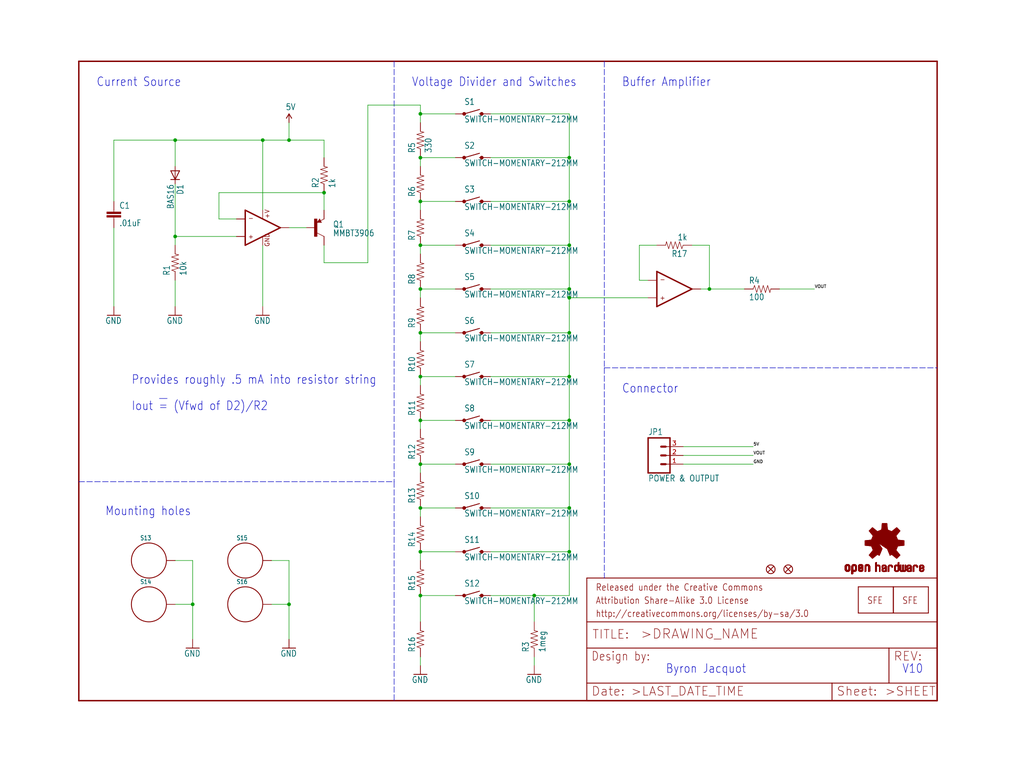
<source format=kicad_sch>
(kicad_sch (version 20211123) (generator eeschema)
  (paper "User" 297.002 223.926)
  (lib_symbols
    (symbol "eagleSchem-eagle-import:100OHM1{slash}10W1%(0603)"
      (property "Reference" "R" (at -3.81 1.4986 0))
      (property "Value" "100OHM1{slash}10W1%(0603)" (at -3.81 -3.302 0))
      (symbol "100OHM1{slash}10W1%(0603)_1_0"
        (pin passive line (at -5.08 0 0) (length 2.54) (name "1") (number "1"))
        (pin passive line (at 5.08 0 180) (length 2.54) (name "2") (number "2"))
      )
    )
    (symbol "eagleSchem-eagle-import:10KOHM1{slash}10W1%(0603)0603"
      (property "Reference" "R" (at -3.81 1.4986 0))
      (property "Value" "10KOHM1{slash}10W1%(0603)0603" (at -3.81 -3.302 0))
      (symbol "10KOHM1{slash}10W1%(0603)0603_1_0"
        (pin passive line (at -5.08 0 0) (length 2.54) (name "1") (number "1"))
        (pin passive line (at 5.08 0 180) (length 2.54) (name "2") (number "2"))
      )
    )
    (symbol "eagleSchem-eagle-import:10NF{slash}10000PF-50V-10%(0603)"
      (property "Reference" "C" (at 1.524 2.921 0))
      (property "Value" "10NF{slash}10000PF-50V-10%(0603)" (at 1.524 -2.159 0))
      (symbol "10NF{slash}10000PF-50V-10%(0603)_1_0"
        (pin passive line (at 0 5.08 270) (length 2.54) (name "1") (number "1"))
        (pin passive line (at 0 -2.54 90) (length 2.54) (name "2") (number "2"))
      )
    )
    (symbol "eagleSchem-eagle-import:1KOHM1{slash}10W1%(0603)"
      (property "Reference" "R" (at -3.81 1.4986 0))
      (property "Value" "1KOHM1{slash}10W1%(0603)" (at -3.81 -3.302 0))
      (symbol "1KOHM1{slash}10W1%(0603)_1_0"
        (pin passive line (at -5.08 0 0) (length 2.54) (name "1") (number "1"))
        (pin passive line (at 5.08 0 180) (length 2.54) (name "2") (number "2"))
      )
    )
    (symbol "eagleSchem-eagle-import:1M-1%"
      (property "Reference" "R" (at -3.81 1.4986 0))
      (property "Value" "1M-1%" (at -3.81 -3.302 0))
      (symbol "1M-1%_1_0"
        (pin passive line (at -5.08 0 0) (length 2.54) (name "1") (number "1"))
        (pin passive line (at 5.08 0 180) (length 2.54) (name "2") (number "2"))
      )
    )
    (symbol "eagleSchem-eagle-import:330OHM1{slash}10W1%(0603)"
      (property "Reference" "R" (at -3.81 1.4986 0))
      (property "Value" "330OHM1{slash}10W1%(0603)" (at -3.81 -3.302 0))
      (symbol "330OHM1{slash}10W1%(0603)_1_0"
        (pin passive line (at -5.08 0 0) (length 2.54) (name "1") (number "1"))
        (pin passive line (at 5.08 0 180) (length 2.54) (name "2") (number "2"))
      )
    )
    (symbol "eagleSchem-eagle-import:5V" (power)
      (property "Value" "5V" (at -1.016 3.556 0))
      (symbol "5V_1_0"
        (pin power_in line (at 0 0 90) (length 2.54) (name "5V") (number "1"))
      )
    )
    (symbol "eagleSchem-eagle-import:DIODESOD"
      (property "Reference" "D" (at 2.54 0.4826 0))
      (property "Value" "DIODESOD" (at 2.54 -2.3114 0))
      (symbol "DIODESOD_1_0"
        (pin passive line (at 2.54 0 180) (length 2.54) (name "C") (number "1"))
        (pin passive line (at -2.54 0 0) (length 2.54) (name "A") (number "2"))
      )
    )
    (symbol "eagleSchem-eagle-import:FIDUCIALUFIDUCIAL")
    (symbol "eagleSchem-eagle-import:FRAME-LETTER"
      (symbol "FRAME-LETTER_2_0"
        (text ">DRAWING_NAME" (at 15.494 17.78 0) (effects (font (size 2.7432 2.7432)) (justify left bottom)))
        (text ">LAST_DATE_TIME" (at 12.7 1.27 0) (effects (font (size 2.54 2.54)) (justify left bottom)))
        (text ">SHEET" (at 86.36 1.27 0) (effects (font (size 2.54 2.54)) (justify left bottom)))
        (text "Attribution Share-Alike 3.0 License" (at 2.54 27.94 0) (effects (font (size 1.9304 1.6408)) (justify left bottom)))
        (text "Date:" (at 1.27 1.27 0) (effects (font (size 2.54 2.54)) (justify left bottom)))
        (text "Design by:" (at 1.27 11.43 0) (effects (font (size 2.54 2.159)) (justify left bottom)))
        (text "http://creativecommons.org/licenses/by-sa/3.0" (at 2.54 24.13 0) (effects (font (size 1.9304 1.6408)) (justify left bottom)))
        (text "Released under the Creative Commons" (at 2.54 31.75 0) (effects (font (size 1.9304 1.6408)) (justify left bottom)))
        (text "REV:" (at 88.9 11.43 0) (effects (font (size 2.54 2.54)) (justify left bottom)))
        (text "Sheet:" (at 72.39 1.27 0) (effects (font (size 2.54 2.54)) (justify left bottom)))
        (text "TITLE:" (at 1.524 17.78 0) (effects (font (size 2.54 2.54)) (justify left bottom)))
      )
    )
    (symbol "eagleSchem-eagle-import:GND" (power)
      (property "Value" "GND" (at -2.54 -2.54 0))
      (symbol "GND_1_0"
        (pin power_in line (at 0 2.54 270) (length 2.54) (name "GND") (number "1"))
      )
    )
    (symbol "eagleSchem-eagle-import:LMV358"
      (symbol "LMV358_1_0"
        (text "+" (at -4.318 -3.302 0) (effects (font (size 1.27 1.27)) (justify left bottom)))
        (text "+V" (at 2.032 2.54 900) (effects (font (size 1.27 1.27)) (justify left bottom)))
        (text "-" (at -4.318 2.032 0) (effects (font (size 1.27 1.27)) (justify left bottom)))
        (text "GND" (at 2.032 -5.588 900) (effects (font (size 1.27 1.27)) (justify left bottom)))
        (pin output line (at 7.62 0 180) (length 2.54) (name "OUT1") (number "1"))
        (pin input line (at -7.62 2.54 0) (length 2.54) (name "-IN1") (number "2"))
        (pin input line (at -7.62 -2.54 0) (length 2.54) (name "+IN1") (number "3"))
        (pin power_in line (at 0 -5.08 90) (length 2.54) (name "GND") (number "4"))
        (pin power_in line (at 0 5.08 270) (length 2.54) (name "+V") (number "8"))
      )
      (symbol "LMV358_2_0"
        (text "+" (at -4.318 -3.302 0) (effects (font (size 1.27 1.27)) (justify left bottom)))
        (text "-" (at -4.318 2.032 0) (effects (font (size 1.27 1.27)) (justify left bottom)))
        (pin input line (at -7.62 -2.54 0) (length 2.54) (name "+IN2") (number "5"))
        (pin input line (at -7.62 2.54 0) (length 2.54) (name "-IN2") (number "6"))
        (pin output line (at 7.62 0 180) (length 2.54) (name "OUT2") (number "7"))
      )
    )
    (symbol "eagleSchem-eagle-import:LOGO-SFENEW"
      (symbol "LOGO-SFENEW_1_0"
        (text "SFE" (at 0 0 0) (effects (font (size 1.9304 1.6408)) (justify left bottom)))
      )
    )
    (symbol "eagleSchem-eagle-import:M031X03_NO_SILK"
      (property "Reference" "JP" (at -2.54 5.842 0))
      (property "Value" "M031X03_NO_SILK" (at -2.54 -7.62 0))
      (symbol "M031X03_NO_SILK_1_0"
        (pin passive line (at 7.62 -2.54 180) (length 5.08) (name "1") (number "1"))
        (pin passive line (at 7.62 0 180) (length 5.08) (name "2") (number "2"))
        (pin passive line (at 7.62 2.54 180) (length 5.08) (name "3") (number "3"))
      )
    )
    (symbol "eagleSchem-eagle-import:OSHW-LOGOL")
    (symbol "eagleSchem-eagle-import:OSHW-LOGOM")
    (symbol "eagleSchem-eagle-import:STANDOFF_ELECTRICAL"
      (property "Reference" "S" (at -2.54 5.842 0))
      (symbol "STANDOFF_ELECTRICAL_1_0"
        (pin bidirectional line (at 7.62 0 180) (length 2.54) (name "P$1") (number "P1"))
      )
    )
    (symbol "eagleSchem-eagle-import:SWITCH-MOMENTARY-212MM"
      (property "Reference" "S" (at -2.54 2.54 0))
      (property "Value" "SWITCH-MOMENTARY-212MM" (at -2.54 -2.54 0))
      (symbol "SWITCH-MOMENTARY-212MM_1_0"
        (pin passive line (at -5.08 0 0) (length 2.54) (name "1") (number "1"))
        (pin passive line (at 5.08 0 180) (length 2.54) (name "2") (number "3"))
      )
    )
    (symbol "eagleSchem-eagle-import:TRANSISTOR_PNPMMBT3906"
      (property "Reference" "Q" (at 5.08 0 0))
      (property "Value" "TRANSISTOR_PNPMMBT3906" (at 5.08 -2.54 0))
      (symbol "TRANSISTOR_PNPMMBT3906_1_0"
        (pin passive line (at -2.54 0 0) (length 2.54) (name "B") (number "1"))
        (pin passive line (at 2.54 5.08 270) (length 2.54) (name "E") (number "2"))
        (pin passive line (at 2.54 -5.08 90) (length 2.54) (name "C") (number "3"))
      )
    )
  )
  (junction (at 154.94 172.72))
  (junction (at 165.1 96.52))
  (junction (at 50.8 68.58))
  (junction (at 165.1 86.36))
  (junction (at 165.1 147.32))
  (junction (at 121.92 109.22))
  (junction (at 121.92 160.02))
  (junction (at 83.82 175.26))
  (junction (at 121.92 96.52))
  (junction (at 205.74 83.82))
  (junction (at 165.1 45.72))
  (junction (at 121.92 121.92))
  (junction (at 121.92 33.02))
  (junction (at 165.1 83.82))
  (junction (at 165.1 134.62))
  (junction (at 165.1 58.42))
  (junction (at 121.92 58.42))
  (junction (at 121.92 45.72))
  (junction (at 76.2 40.64))
  (junction (at 165.1 71.12))
  (junction (at 165.1 160.02))
  (junction (at 50.8 40.64))
  (junction (at 93.98 55.88))
  (junction (at 121.92 71.12))
  (junction (at 55.88 175.26))
  (junction (at 165.1 109.22))
  (junction (at 165.1 121.92))
  (junction (at 121.92 83.82))
  (junction (at 121.92 147.32))
  (junction (at 121.92 134.62))
  (junction (at 121.92 172.72))
  (junction (at 83.82 40.64))
  (wire (pts (xy 132.08 33.02) (xy 121.92 33.02)))
  (polyline (pts (xy 175.26 106.68) (xy 175.26 167.64)))
  (wire (pts (xy 121.92 147.32) (xy 121.92 149.86)))
  (wire (pts (xy 93.98 55.88) (xy 63.5 55.88)))
  (wire (pts (xy 132.08 147.32) (xy 121.92 147.32)))
  (wire (pts (xy 218.44 129.54) (xy 198.12 129.54)))
  (wire (pts (xy 121.92 73.66) (xy 121.92 71.12)))
  (wire (pts (xy 165.1 58.42) (xy 165.1 71.12)))
  (wire (pts (xy 142.24 109.22) (xy 165.1 109.22)))
  (wire (pts (xy 106.68 76.2) (xy 106.68 30.48)))
  (wire (pts (xy 142.24 71.12) (xy 165.1 71.12)))
  (wire (pts (xy 200.66 71.12) (xy 205.74 71.12)))
  (wire (pts (xy 205.74 83.82) (xy 203.2 83.82)))
  (wire (pts (xy 132.08 121.92) (xy 121.92 121.92)))
  (polyline (pts (xy 175.26 106.68) (xy 271.78 106.68)))
  (wire (pts (xy 142.24 45.72) (xy 165.1 45.72)))
  (wire (pts (xy 121.92 45.72) (xy 121.92 48.26)))
  (wire (pts (xy 142.24 134.62) (xy 165.1 134.62)))
  (wire (pts (xy 205.74 83.82) (xy 215.9 83.82)))
  (polyline (pts (xy 114.3 139.7) (xy 114.3 203.2)))
  (wire (pts (xy 121.92 33.02) (xy 121.92 35.56)))
  (wire (pts (xy 190.5 71.12) (xy 185.42 71.12)))
  (wire (pts (xy 83.82 175.26) (xy 83.82 185.42)))
  (wire (pts (xy 165.1 109.22) (xy 165.1 121.92)))
  (wire (pts (xy 121.92 190.5) (xy 121.92 193.04)))
  (wire (pts (xy 93.98 55.88) (xy 93.98 60.96)))
  (wire (pts (xy 76.2 71.12) (xy 76.2 88.9)))
  (wire (pts (xy 165.1 96.52) (xy 165.1 109.22)))
  (wire (pts (xy 50.8 40.64) (xy 33.02 40.64)))
  (wire (pts (xy 132.08 134.62) (xy 121.92 134.62)))
  (wire (pts (xy 198.12 134.62) (xy 218.44 134.62)))
  (wire (pts (xy 83.82 35.56) (xy 83.82 40.64)))
  (wire (pts (xy 132.08 83.82) (xy 121.92 83.82)))
  (wire (pts (xy 142.24 160.02) (xy 165.1 160.02)))
  (wire (pts (xy 50.8 175.26) (xy 55.88 175.26)))
  (wire (pts (xy 121.92 162.56) (xy 121.92 160.02)))
  (wire (pts (xy 165.1 33.02) (xy 165.1 45.72)))
  (wire (pts (xy 142.24 147.32) (xy 165.1 147.32)))
  (wire (pts (xy 132.08 172.72) (xy 121.92 172.72)))
  (wire (pts (xy 187.96 86.36) (xy 165.1 86.36)))
  (wire (pts (xy 132.08 71.12) (xy 121.92 71.12)))
  (wire (pts (xy 165.1 121.92) (xy 165.1 134.62)))
  (wire (pts (xy 50.8 40.64) (xy 76.2 40.64)))
  (wire (pts (xy 121.92 30.48) (xy 121.92 33.02)))
  (wire (pts (xy 132.08 109.22) (xy 121.92 109.22)))
  (wire (pts (xy 76.2 40.64) (xy 83.82 40.64)))
  (wire (pts (xy 142.24 58.42) (xy 165.1 58.42)))
  (wire (pts (xy 121.92 58.42) (xy 121.92 60.96)))
  (wire (pts (xy 50.8 81.28) (xy 50.8 88.9)))
  (wire (pts (xy 121.92 172.72) (xy 121.92 180.34)))
  (wire (pts (xy 55.88 175.26) (xy 55.88 185.42)))
  (wire (pts (xy 121.92 134.62) (xy 121.92 137.16)))
  (wire (pts (xy 165.1 147.32) (xy 165.1 160.02)))
  (wire (pts (xy 142.24 83.82) (xy 165.1 83.82)))
  (wire (pts (xy 165.1 71.12) (xy 165.1 83.82)))
  (wire (pts (xy 198.12 132.08) (xy 218.44 132.08)))
  (wire (pts (xy 142.24 121.92) (xy 165.1 121.92)))
  (wire (pts (xy 121.92 111.76) (xy 121.92 109.22)))
  (polyline (pts (xy 114.3 17.78) (xy 114.3 139.7)))
  (wire (pts (xy 142.24 33.02) (xy 165.1 33.02)))
  (wire (pts (xy 132.08 58.42) (xy 121.92 58.42)))
  (wire (pts (xy 154.94 172.72) (xy 165.1 172.72)))
  (wire (pts (xy 83.82 66.04) (xy 88.9 66.04)))
  (wire (pts (xy 78.74 162.56) (xy 83.82 162.56)))
  (wire (pts (xy 165.1 83.82) (xy 165.1 86.36)))
  (wire (pts (xy 68.58 68.58) (xy 50.8 68.58)))
  (wire (pts (xy 154.94 172.72) (xy 142.24 172.72)))
  (polyline (pts (xy 175.26 17.78) (xy 175.26 106.68)))
  (wire (pts (xy 185.42 71.12) (xy 185.42 81.28)))
  (wire (pts (xy 121.92 121.92) (xy 121.92 124.46)))
  (wire (pts (xy 93.98 40.64) (xy 93.98 45.72)))
  (wire (pts (xy 121.92 86.36) (xy 121.92 83.82)))
  (wire (pts (xy 205.74 71.12) (xy 205.74 83.82)))
  (wire (pts (xy 132.08 45.72) (xy 121.92 45.72)))
  (wire (pts (xy 165.1 172.72) (xy 165.1 160.02)))
  (wire (pts (xy 106.68 30.48) (xy 121.92 30.48)))
  (wire (pts (xy 154.94 193.04) (xy 154.94 190.5)))
  (wire (pts (xy 121.92 99.06) (xy 121.92 96.52)))
  (wire (pts (xy 50.8 68.58) (xy 50.8 71.12)))
  (wire (pts (xy 154.94 172.72) (xy 154.94 180.34)))
  (wire (pts (xy 121.92 160.02) (xy 132.08 160.02)))
  (wire (pts (xy 165.1 45.72) (xy 165.1 58.42)))
  (wire (pts (xy 187.96 81.28) (xy 185.42 81.28)))
  (wire (pts (xy 83.82 162.56) (xy 83.82 175.26)))
  (polyline (pts (xy 22.86 139.7) (xy 114.3 139.7)))
  (wire (pts (xy 83.82 40.64) (xy 93.98 40.64)))
  (wire (pts (xy 50.8 53.34) (xy 50.8 68.58)))
  (wire (pts (xy 226.06 83.82) (xy 236.22 83.82)))
  (wire (pts (xy 55.88 162.56) (xy 55.88 175.26)))
  (wire (pts (xy 33.02 66.04) (xy 33.02 88.9)))
  (wire (pts (xy 142.24 96.52) (xy 165.1 96.52)))
  (wire (pts (xy 165.1 86.36) (xy 165.1 96.52)))
  (wire (pts (xy 76.2 40.64) (xy 76.2 60.96)))
  (wire (pts (xy 93.98 71.12) (xy 93.98 76.2)))
  (wire (pts (xy 165.1 134.62) (xy 165.1 147.32)))
  (wire (pts (xy 78.74 175.26) (xy 83.82 175.26)))
  (wire (pts (xy 93.98 76.2) (xy 106.68 76.2)))
  (wire (pts (xy 132.08 96.52) (xy 121.92 96.52)))
  (wire (pts (xy 50.8 162.56) (xy 55.88 162.56)))
  (wire (pts (xy 33.02 40.64) (xy 33.02 58.42)))
  (wire (pts (xy 50.8 48.26) (xy 50.8 40.64)))
  (wire (pts (xy 63.5 63.5) (xy 68.58 63.5)))
  (wire (pts (xy 63.5 55.88) (xy 63.5 63.5)))
  (text "Byron Jacquot" (at 193.04 195.58 180) (effects (font (size 2.54 2.159)) (justify left bottom)))
  (text "Connector" (at 180.34 114.3 180) (effects (font (size 2.54 2.159)) (justify left bottom)))
  (text "Iout ~{=} (Vfwd of D2)/R2" (at 38.1 119.38 180) (effects (font (size 2.54 2.159)) (justify left bottom)))
  (text "Current Source" (at 27.94 25.4 180) (effects (font (size 2.54 2.159)) (justify left bottom)))
  (text "Voltage Divider and Switches" (at 119.38 25.4 180) (effects (font (size 2.54 2.159)) (justify left bottom)))
  (text "Buffer Amplifier" (at 180.34 25.4 180) (effects (font (size 2.54 2.159)) (justify left bottom)))
  (text "Provides roughly .5 mA into resistor string" (at 38.1 111.76 180) (effects (font (size 2.54 2.159)) (justify left bottom)))
  (text "V10" (at 261.62 195.58 180) (effects (font (size 2.54 2.159)) (justify left bottom)))
  (text "Mounting holes" (at 30.48 149.86 180) (effects (font (size 2.54 2.159)) (justify left bottom)))
  (label "5V" (at 218.44 129.54 0) (effects (font (size 0.889 0.889))))
  (label "GND" (at 218.44 134.62 0) (effects (font (size 0.889 0.889))))
  (label "VOUT" (at 236.22 83.82 0) (effects (font (size 0.889 0.889))))
  (label "VOUT" (at 218.44 132.08 0) (effects (font (size 0.889 0.889))))
  (symbol (lib_id "eagleSchem-eagle-import:LMV358") (at 195.58 83.82 0) (unit 2)
    (property "Reference" "U1" (effects hide))
    (property "Value" "LMV358" (effects hide))
    (property "Footprint" "eagleSchem:SO08" (effects hide))
  )
  (symbol (lib_id "eagleSchem-eagle-import:SWITCH-MOMENTARY-212MM") (at 137.16 83.82 0) (unit 1)
    (property "Reference" "S5" (at 134.62 81.28 0) (effects (font (size 1.778 1.5113)) (justify left bottom)))
    (property "Value" "SWITCH-MOMENTARY-212MM" (at 134.62 86.36 0) (effects (font (size 1.778 1.5113)) (justify left bottom)))
    (property "Footprint" "eagleSchem:TACTILE-PTH-12MM" (effects hide))
  )
  (symbol (lib_id "eagleSchem-eagle-import:GND") (at 154.94 195.58 0) (unit 1)
    (property "Reference" "#GND3" (effects hide))
    (property "Value" "GND" (at 152.4 198.12 0) (effects (font (size 1.778 1.5113)) (justify left bottom)))
    (property "Footprint" "eagleSchem:" (effects hide))
  )
  (symbol (lib_id "eagleSchem-eagle-import:GND") (at 83.82 187.96 0) (unit 1)
    (property "Reference" "#GND5" (effects hide))
    (property "Value" "GND" (at 81.28 190.5 0) (effects (font (size 1.778 1.5113)) (justify left bottom)))
    (property "Footprint" "eagleSchem:" (effects hide))
  )
  (symbol (lib_id "eagleSchem-eagle-import:GND") (at 50.8 91.44 0) (unit 1)
    (property "Reference" "#GND2" (effects hide))
    (property "Value" "GND" (at 48.26 93.98 0) (effects (font (size 1.778 1.5113)) (justify left bottom)))
    (property "Footprint" "eagleSchem:" (effects hide))
  )
  (symbol (lib_id "eagleSchem-eagle-import:SWITCH-MOMENTARY-212MM") (at 137.16 33.02 0) (unit 1)
    (property "Reference" "S1" (at 134.62 30.48 0) (effects (font (size 1.778 1.5113)) (justify left bottom)))
    (property "Value" "SWITCH-MOMENTARY-212MM" (at 134.62 35.56 0) (effects (font (size 1.778 1.5113)) (justify left bottom)))
    (property "Footprint" "eagleSchem:TACTILE-PTH-12MM" (effects hide))
  )
  (symbol (lib_id "eagleSchem-eagle-import:LOGO-SFENEW") (at 251.46 175.26 0) (unit 1)
    (property "Reference" "LOGO2" (effects hide))
    (property "Value" "LOGO-SFENEW" (effects hide))
    (property "Footprint" "eagleSchem:SFE-NEW-WEBLOGO" (effects hide))
  )
  (symbol (lib_id "eagleSchem-eagle-import:FRAME-LETTER") (at 170.18 203.2 0) (unit 2)
    (property "Reference" "FRAME1" (effects hide))
    (property "Value" "FRAME-LETTER" (effects hide))
    (property "Footprint" "eagleSchem:CREATIVE_COMMONS" (effects hide))
  )
  (symbol (lib_id "eagleSchem-eagle-import:OSHW-LOGOM") (at 256.54 157.48 0) (unit 1)
    (property "Reference" "LOGO3" (effects hide))
    (property "Value" "OSHW-LOGOM" (effects hide))
    (property "Footprint" "eagleSchem:OSHW-LOGO-M" (effects hide))
  )
  (symbol (lib_id "eagleSchem-eagle-import:GND") (at 33.02 91.44 0) (unit 1)
    (property "Reference" "#GND7" (effects hide))
    (property "Value" "GND" (at 30.48 93.98 0) (effects (font (size 1.778 1.5113)) (justify left bottom)))
    (property "Footprint" "eagleSchem:" (effects hide))
  )
  (symbol (lib_id "eagleSchem-eagle-import:LMV358") (at 76.2 66.04 0) (unit 1)
    (property "Reference" "U1" (effects hide))
    (property "Value" "LMV358" (effects hide))
    (property "Footprint" "eagleSchem:SO08" (effects hide))
  )
  (symbol (lib_id "eagleSchem-eagle-import:STANDOFF_ELECTRICAL") (at 43.18 175.26 0) (unit 1)
    (property "Reference" "S14" (at 40.64 169.418 0) (effects (font (size 1.27 1.0795)) (justify left bottom)))
    (property "Value" "STANDOFF_ELECTRICAL" (effects hide))
    (property "Footprint" "eagleSchem:STANDOFF-ELECTRICAL" (effects hide))
  )
  (symbol (lib_id "eagleSchem-eagle-import:330OHM1{slash}10W1%(0603)") (at 121.92 91.44 90) (unit 1)
    (property "Reference" "R9" (at 120.4214 95.25 0) (effects (font (size 1.778 1.5113)) (justify left bottom)))
    (property "Value" "330" (at 125.222 95.25 0) (effects (font (size 1.778 1.5113)) (justify left bottom)))
    (property "Footprint" "eagleSchem:0603-RES" (effects hide))
    (property "Value" "330" (effects hide))
    (property "Value" "330" (effects hide))
  )
  (symbol (lib_id "eagleSchem-eagle-import:330OHM1{slash}10W1%(0603)") (at 121.92 167.64 90) (unit 1)
    (property "Reference" "R15" (at 120.4214 171.45 0) (effects (font (size 1.778 1.5113)) (justify left bottom)))
    (property "Value" "330" (at 125.222 171.45 0) (effects (font (size 1.778 1.5113)) (justify left bottom)))
    (property "Footprint" "eagleSchem:0603-RES" (effects hide))
    (property "Value" "330" (effects hide))
    (property "Value" "330" (effects hide))
  )
  (symbol (lib_id "eagleSchem-eagle-import:100OHM1{slash}10W1%(0603)") (at 220.98 83.82 0) (unit 1)
    (property "Reference" "R4" (at 217.17 82.3214 0) (effects (font (size 1.778 1.5113)) (justify left bottom)))
    (property "Value" "100" (at 217.17 87.122 0) (effects (font (size 1.778 1.5113)) (justify left bottom)))
    (property "Footprint" "eagleSchem:0603-RES" (effects hide))
  )
  (symbol (lib_id "eagleSchem-eagle-import:330OHM1{slash}10W1%(0603)") (at 121.92 116.84 90) (unit 1)
    (property "Reference" "R11" (at 120.4214 120.65 0) (effects (font (size 1.778 1.5113)) (justify left bottom)))
    (property "Value" "330" (at 125.222 120.65 0) (effects (font (size 1.778 1.5113)) (justify left bottom)))
    (property "Footprint" "eagleSchem:0603-RES" (effects hide))
    (property "Value" "330" (effects hide))
    (property "Value" "330" (effects hide))
  )
  (symbol (lib_id "eagleSchem-eagle-import:330OHM1{slash}10W1%(0603)") (at 121.92 78.74 90) (unit 1)
    (property "Reference" "R8" (at 120.4214 82.55 0) (effects (font (size 1.778 1.5113)) (justify left bottom)))
    (property "Value" "330" (at 125.222 82.55 0) (effects (font (size 1.778 1.5113)) (justify left bottom)))
    (property "Footprint" "eagleSchem:0603-RES" (effects hide))
    (property "Value" "330" (effects hide))
    (property "Value" "330" (effects hide))
  )
  (symbol (lib_id "eagleSchem-eagle-import:SWITCH-MOMENTARY-212MM") (at 137.16 147.32 0) (unit 1)
    (property "Reference" "S10" (at 134.62 144.78 0) (effects (font (size 1.778 1.5113)) (justify left bottom)))
    (property "Value" "SWITCH-MOMENTARY-212MM" (at 134.62 149.86 0) (effects (font (size 1.778 1.5113)) (justify left bottom)))
    (property "Footprint" "eagleSchem:TACTILE-PTH-12MM" (effects hide))
  )
  (symbol (lib_id "eagleSchem-eagle-import:SWITCH-MOMENTARY-212MM") (at 137.16 134.62 0) (unit 1)
    (property "Reference" "S9" (at 134.62 132.08 0) (effects (font (size 1.778 1.5113)) (justify left bottom)))
    (property "Value" "SWITCH-MOMENTARY-212MM" (at 134.62 137.16 0) (effects (font (size 1.778 1.5113)) (justify left bottom)))
    (property "Footprint" "eagleSchem:TACTILE-PTH-12MM" (effects hide))
  )
  (symbol (lib_id "eagleSchem-eagle-import:SWITCH-MOMENTARY-212MM") (at 137.16 58.42 0) (unit 1)
    (property "Reference" "S3" (at 134.62 55.88 0) (effects (font (size 1.778 1.5113)) (justify left bottom)))
    (property "Value" "SWITCH-MOMENTARY-212MM" (at 134.62 60.96 0) (effects (font (size 1.778 1.5113)) (justify left bottom)))
    (property "Footprint" "eagleSchem:TACTILE-PTH-12MM" (effects hide))
  )
  (symbol (lib_id "eagleSchem-eagle-import:M031X03_NO_SILK") (at 190.5 132.08 0) (unit 1)
    (property "Reference" "JP1" (at 187.96 126.238 0) (effects (font (size 1.778 1.5113)) (justify left bottom)))
    (property "Value" "POWER & OUTPUT" (at 187.96 139.7 0) (effects (font (size 1.778 1.5113)) (justify left bottom)))
    (property "Footprint" "eagleSchem:1X03_NO_SILK" (effects hide))
  )
  (symbol (lib_id "eagleSchem-eagle-import:GND") (at 55.88 187.96 0) (unit 1)
    (property "Reference" "#GND4" (effects hide))
    (property "Value" "GND" (at 53.34 190.5 0) (effects (font (size 1.778 1.5113)) (justify left bottom)))
    (property "Footprint" "eagleSchem:" (effects hide))
  )
  (symbol (lib_id "eagleSchem-eagle-import:330OHM1{slash}10W1%(0603)") (at 121.92 104.14 90) (unit 1)
    (property "Reference" "R10" (at 120.4214 107.95 0) (effects (font (size 1.778 1.5113)) (justify left bottom)))
    (property "Value" "330" (at 125.222 107.95 0) (effects (font (size 1.778 1.5113)) (justify left bottom)))
    (property "Footprint" "eagleSchem:0603-RES" (effects hide))
    (property "Value" "330" (effects hide))
    (property "Value" "330" (effects hide))
  )
  (symbol (lib_id "eagleSchem-eagle-import:TRANSISTOR_PNPMMBT3906") (at 91.44 66.04 0) (unit 1)
    (property "Reference" "Q1" (at 96.52 66.04 0) (effects (font (size 1.778 1.5113)) (justify left bottom)))
    (property "Value" "MMBT3906" (at 96.52 68.58 0) (effects (font (size 1.778 1.5113)) (justify left bottom)))
    (property "Footprint" "eagleSchem:SOT23" (effects hide))
  )
  (symbol (lib_id "eagleSchem-eagle-import:SWITCH-MOMENTARY-212MM") (at 137.16 121.92 0) (unit 1)
    (property "Reference" "S8" (at 134.62 119.38 0) (effects (font (size 1.778 1.5113)) (justify left bottom)))
    (property "Value" "SWITCH-MOMENTARY-212MM" (at 134.62 124.46 0) (effects (font (size 1.778 1.5113)) (justify left bottom)))
    (property "Footprint" "eagleSchem:TACTILE-PTH-12MM" (effects hide))
  )
  (symbol (lib_id "eagleSchem-eagle-import:1M-1%") (at 154.94 185.42 90) (unit 1)
    (property "Reference" "R3" (at 153.4414 189.23 0) (effects (font (size 1.778 1.5113)) (justify left bottom)))
    (property "Value" "1meg" (at 158.242 189.23 0) (effects (font (size 1.778 1.5113)) (justify left bottom)))
    (property "Footprint" "eagleSchem:0603-RES" (effects hide))
  )
  (symbol (lib_id "eagleSchem-eagle-import:DIODESOD") (at 50.8 50.8 270) (unit 1)
    (property "Reference" "D1" (at 51.2826 53.34 0) (effects (font (size 1.778 1.5113)) (justify left bottom)))
    (property "Value" "BAS16" (at 48.4886 53.34 0) (effects (font (size 1.778 1.5113)) (justify left bottom)))
    (property "Footprint" "eagleSchem:SOD-323" (effects hide))
  )
  (symbol (lib_id "eagleSchem-eagle-import:1KOHM1{slash}10W1%(0603)") (at 195.58 71.12 180) (unit 1)
    (property "Reference" "R17" (at 199.39 72.6186 0) (effects (font (size 1.778 1.5113)) (justify left bottom)))
    (property "Value" "1k" (at 199.39 67.818 0) (effects (font (size 1.778 1.5113)) (justify left bottom)))
    (property "Footprint" "eagleSchem:0603-RES" (effects hide))
  )
  (symbol (lib_id "eagleSchem-eagle-import:GND") (at 121.92 195.58 0) (unit 1)
    (property "Reference" "#GND1" (effects hide))
    (property "Value" "GND" (at 119.38 198.12 0) (effects (font (size 1.778 1.5113)) (justify left bottom)))
    (property "Footprint" "eagleSchem:" (effects hide))
  )
  (symbol (lib_id "eagleSchem-eagle-import:5V") (at 83.82 35.56 0) (unit 1)
    (property "Reference" "#SUPPLY2" (effects hide))
    (property "Value" "5V" (at 82.804 32.004 0) (effects (font (size 1.778 1.5113)) (justify left bottom)))
    (property "Footprint" "eagleSchem:" (effects hide))
  )
  (symbol (lib_id "eagleSchem-eagle-import:STANDOFF_ELECTRICAL") (at 71.12 162.56 0) (unit 1)
    (property "Reference" "S15" (at 68.58 156.718 0) (effects (font (size 1.27 1.0795)) (justify left bottom)))
    (property "Value" "STANDOFF_ELECTRICAL" (effects hide))
    (property "Footprint" "eagleSchem:STANDOFF-ELECTRICAL" (effects hide))
  )
  (symbol (lib_id "eagleSchem-eagle-import:GND") (at 76.2 91.44 0) (unit 1)
    (property "Reference" "#GND6" (effects hide))
    (property "Value" "GND" (at 73.66 93.98 0) (effects (font (size 1.778 1.5113)) (justify left bottom)))
    (property "Footprint" "eagleSchem:" (effects hide))
  )
  (symbol (lib_id "eagleSchem-eagle-import:FRAME-LETTER") (at 22.86 203.2 0) (unit 1)
    (property "Reference" "FRAME1" (effects hide))
    (property "Value" "FRAME-LETTER" (effects hide))
    (property "Footprint" "eagleSchem:CREATIVE_COMMONS" (effects hide))
  )
  (symbol (lib_id "eagleSchem-eagle-import:SWITCH-MOMENTARY-212MM") (at 137.16 45.72 0) (unit 1)
    (property "Reference" "S2" (at 134.62 43.18 0) (effects (font (size 1.778 1.5113)) (justify left bottom)))
    (property "Value" "SWITCH-MOMENTARY-212MM" (at 134.62 48.26 0) (effects (font (size 1.778 1.5113)) (justify left bottom)))
    (property "Footprint" "eagleSchem:TACTILE-PTH-12MM" (effects hide))
  )
  (symbol (lib_id "eagleSchem-eagle-import:SWITCH-MOMENTARY-212MM") (at 137.16 160.02 0) (unit 1)
    (property "Reference" "S11" (at 134.62 157.48 0) (effects (font (size 1.778 1.5113)) (justify left bottom)))
    (property "Value" "SWITCH-MOMENTARY-212MM" (at 134.62 162.56 0) (effects (font (size 1.778 1.5113)) (justify left bottom)))
    (property "Footprint" "eagleSchem:TACTILE-PTH-12MM" (effects hide))
  )
  (symbol (lib_id "eagleSchem-eagle-import:SWITCH-MOMENTARY-212MM") (at 137.16 71.12 0) (unit 1)
    (property "Reference" "S4" (at 134.62 68.58 0) (effects (font (size 1.778 1.5113)) (justify left bottom)))
    (property "Value" "SWITCH-MOMENTARY-212MM" (at 134.62 73.66 0) (effects (font (size 1.778 1.5113)) (justify left bottom)))
    (property "Footprint" "eagleSchem:TACTILE-PTH-12MM" (effects hide))
  )
  (symbol (lib_id "eagleSchem-eagle-import:STANDOFF_ELECTRICAL") (at 43.18 162.56 0) (unit 1)
    (property "Reference" "S13" (at 40.64 156.718 0) (effects (font (size 1.27 1.0795)) (justify left bottom)))
    (property "Value" "STANDOFF_ELECTRICAL" (effects hide))
    (property "Footprint" "eagleSchem:STANDOFF-ELECTRICAL" (effects hide))
  )
  (symbol (lib_id "eagleSchem-eagle-import:LOGO-SFENEW") (at 261.62 175.26 0) (unit 1)
    (property "Reference" "LOGO1" (effects hide))
    (property "Value" "LOGO-SFENEW" (effects hide))
    (property "Footprint" "eagleSchem:SFE-NEW-WEBLOGO" (effects hide))
  )
  (symbol (lib_id "eagleSchem-eagle-import:SWITCH-MOMENTARY-212MM") (at 137.16 172.72 0) (unit 1)
    (property "Reference" "S12" (at 134.62 170.18 0) (effects (font (size 1.778 1.5113)) (justify left bottom)))
    (property "Value" "SWITCH-MOMENTARY-212MM" (at 134.62 175.26 0) (effects (font (size 1.778 1.5113)) (justify left bottom)))
    (property "Footprint" "eagleSchem:TACTILE-PTH-12MM" (effects hide))
  )
  (symbol (lib_id "eagleSchem-eagle-import:10NF{slash}10000PF-50V-10%(0603)") (at 33.02 63.5 0) (unit 1)
    (property "Reference" "C1" (at 34.544 60.579 0) (effects (font (size 1.778 1.5113)) (justify left bottom)))
    (property "Value" ".01uF" (at 34.544 65.659 0) (effects (font (size 1.778 1.5113)) (justify left bottom)))
    (property "Footprint" "eagleSchem:0603-CAP" (effects hide))
  )
  (symbol (lib_id "eagleSchem-eagle-import:330OHM1{slash}10W1%(0603)") (at 121.92 40.64 90) (unit 1)
    (property "Reference" "R5" (at 120.4214 44.45 0) (effects (font (size 1.778 1.5113)) (justify left bottom)))
    (property "Value" "330" (at 125.222 44.45 0) (effects (font (size 1.778 1.5113)) (justify left bottom)))
    (property "Footprint" "eagleSchem:0603-RES" (effects hide))
  )
  (symbol (lib_id "eagleSchem-eagle-import:FIDUCIALUFIDUCIAL") (at 228.6 165.1 0) (unit 1)
    (property "Reference" "FID2" (effects hide))
    (property "Value" "FIDUCIALUFIDUCIAL" (effects hide))
    (property "Footprint" "eagleSchem:MICRO-FIDUCIAL" (effects hide))
  )
  (symbol (lib_id "eagleSchem-eagle-import:330OHM1{slash}10W1%(0603)") (at 121.92 66.04 90) (unit 1)
    (property "Reference" "R7" (at 120.4214 69.85 0) (effects (font (size 1.778 1.5113)) (justify left bottom)))
    (property "Value" "330" (at 125.222 69.85 0) (effects (font (size 1.778 1.5113)) (justify left bottom)))
    (property "Footprint" "eagleSchem:0603-RES" (effects hide))
    (property "Value" "330" (effects hide))
    (property "Value" "330" (effects hide))
  )
  (symbol (lib_id "eagleSchem-eagle-import:SWITCH-MOMENTARY-212MM") (at 137.16 109.22 0) (unit 1)
    (property "Reference" "S7" (at 134.62 106.68 0) (effects (font (size 1.778 1.5113)) (justify left bottom)))
    (property "Value" "SWITCH-MOMENTARY-212MM" (at 134.62 111.76 0) (effects (font (size 1.778 1.5113)) (justify left bottom)))
    (property "Footprint" "eagleSchem:TACTILE-PTH-12MM" (effects hide))
  )
  (symbol (lib_id "eagleSchem-eagle-import:OSHW-LOGOL") (at 256.54 157.48 0) (unit 1)
    (property "Reference" "LOGO4" (effects hide))
    (property "Value" "OSHW-LOGOL" (effects hide))
    (property "Footprint" "eagleSchem:OSHW-LOGO-L" (effects hide))
  )
  (symbol (lib_id "eagleSchem-eagle-import:330OHM1{slash}10W1%(0603)") (at 121.92 129.54 90) (unit 1)
    (property "Reference" "R12" (at 120.4214 133.35 0) (effects (font (size 1.778 1.5113)) (justify left bottom)))
    (property "Value" "330" (at 125.222 133.35 0) (effects (font (size 1.778 1.5113)) (justify left bottom)))
    (property "Footprint" "eagleSchem:0603-RES" (effects hide))
    (property "Value" "330" (effects hide))
    (property "Value" "330" (effects hide))
  )
  (symbol (lib_id "eagleSchem-eagle-import:1KOHM1{slash}10W1%(0603)") (at 93.98 50.8 90) (unit 1)
    (property "Reference" "R2" (at 92.4814 54.61 0) (effects (font (size 1.778 1.5113)) (justify left bottom)))
    (property "Value" "1k" (at 97.282 54.61 0) (effects (font (size 1.778 1.5113)) (justify left bottom)))
    (property "Footprint" "eagleSchem:0603-RES" (effects hide))
  )
  (symbol (lib_id "eagleSchem-eagle-import:330OHM1{slash}10W1%(0603)") (at 121.92 53.34 90) (unit 1)
    (property "Reference" "R6" (at 120.4214 57.15 0) (effects (font (size 1.778 1.5113)) (justify left bottom)))
    (property "Value" "330" (at 125.222 57.15 0) (effects (font (size 1.778 1.5113)) (justify left bottom)))
    (property "Footprint" "eagleSchem:0603-RES" (effects hide))
    (property "Value" "330" (effects hide))
    (property "Value" "330" (effects hide))
  )
  (symbol (lib_id "eagleSchem-eagle-import:STANDOFF_ELECTRICAL") (at 71.12 175.26 0) (unit 1)
    (property "Reference" "S16" (at 68.58 169.418 0) (effects (font (size 1.27 1.0795)) (justify left bottom)))
    (property "Value" "STANDOFF_ELECTRICAL" (effects hide))
    (property "Footprint" "eagleSchem:STANDOFF-ELECTRICAL" (effects hide))
  )
  (symbol (lib_id "eagleSchem-eagle-import:330OHM1{slash}10W1%(0603)") (at 121.92 142.24 90) (unit 1)
    (property "Reference" "R13" (at 120.4214 146.05 0) (effects (font (size 1.778 1.5113)) (justify left bottom)))
    (property "Value" "330" (at 125.222 146.05 0) (effects (font (size 1.778 1.5113)) (justify left bottom)))
    (property "Footprint" "eagleSchem:0603-RES" (effects hide))
    (property "Value" "330" (effects hide))
    (property "Value" "330" (effects hide))
  )
  (symbol (lib_id "eagleSchem-eagle-import:FIDUCIALUFIDUCIAL") (at 223.52 165.1 0) (unit 1)
    (property "Reference" "FID1" (effects hide))
    (property "Value" "FIDUCIALUFIDUCIAL" (effects hide))
    (property "Footprint" "eagleSchem:MICRO-FIDUCIAL" (effects hide))
  )
  (symbol (lib_id "eagleSchem-eagle-import:330OHM1{slash}10W1%(0603)") (at 121.92 185.42 90) (unit 1)
    (property "Reference" "R16" (at 120.4214 189.23 0) (effects (font (size 1.778 1.5113)) (justify left bottom)))
    (property "Value" "330" (at 125.222 189.23 0) (effects (font (size 1.778 1.5113)) (justify left bottom)))
    (property "Footprint" "eagleSchem:0603-RES" (effects hide))
    (property "Value" "330" (effects hide))
    (property "Value" "330" (effects hide))
  )
  (symbol (lib_id "eagleSchem-eagle-import:SWITCH-MOMENTARY-212MM") (at 137.16 96.52 0) (unit 1)
    (property "Reference" "S6" (at 134.62 93.98 0) (effects (font (size 1.778 1.5113)) (justify left bottom)))
    (property "Value" "SWITCH-MOMENTARY-212MM" (at 134.62 99.06 0) (effects (font (size 1.778 1.5113)) (justify left bottom)))
    (property "Footprint" "eagleSchem:TACTILE-PTH-12MM" (effects hide))
  )
  (symbol (lib_id "eagleSchem-eagle-import:330OHM1{slash}10W1%(0603)") (at 121.92 154.94 90) (unit 1)
    (property "Reference" "R14" (at 120.4214 158.75 0) (effects (font (size 1.778 1.5113)) (justify left bottom)))
    (property "Value" "330" (at 125.222 158.75 0) (effects (font (size 1.778 1.5113)) (justify left bottom)))
    (property "Footprint" "eagleSchem:0603-RES" (effects hide))
    (property "Value" "330" (effects hide))
    (property "Value" "330" (effects hide))
  )
  (symbol (lib_id "eagleSchem-eagle-import:10KOHM1{slash}10W1%(0603)0603") (at 50.8 76.2 90) (unit 1)
    (property "Reference" "R1" (at 49.3014 80.01 0) (effects (font (size 1.778 1.5113)) (justify left bottom)))
    (property "Value" "10k" (at 54.102 80.01 0) (effects (font (size 1.778 1.5113)) (justify left bottom)))
    (property "Footprint" "eagleSchem:0603-RES" (effects hide))
  )
)
</source>
